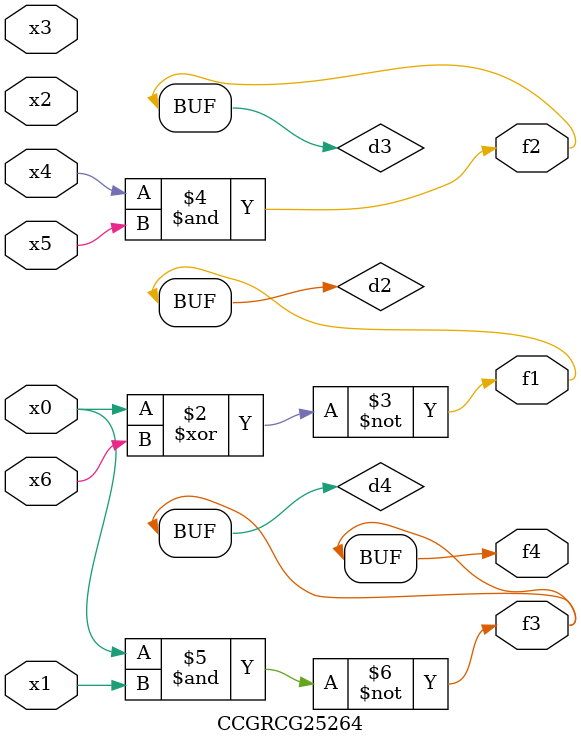
<source format=v>
module CCGRCG25264(
	input x0, x1, x2, x3, x4, x5, x6,
	output f1, f2, f3, f4
);

	wire d1, d2, d3, d4;

	nor (d1, x0);
	xnor (d2, x0, x6);
	and (d3, x4, x5);
	nand (d4, x0, x1);
	assign f1 = d2;
	assign f2 = d3;
	assign f3 = d4;
	assign f4 = d4;
endmodule

</source>
